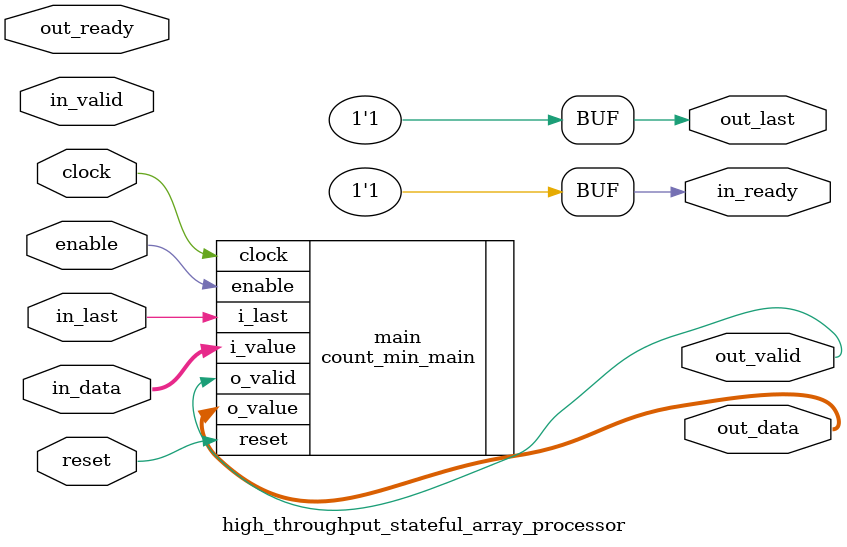
<source format=v>
module high_throughput_stateful_array_processor
#(
    parameter REPLICATION_FACTOR = 3,
    parameter ARRAY_HEIGHT = 16,
    parameter ARRAY_WIDTH = 3,
    parameter CELL_WIDTH = 8
) (
    input  wire clock,
    input  wire reset,
    input  wire enable,

    input  wire [8 * REPLICATION_FACTOR - 1:0]                  in_data,
    input  wire                                                 in_valid,
    output wire                                                 in_ready,
    input  wire                                                 in_last,

    output wire [ARRAY_WIDTH * ARRAY_HEIGHT * CELL_WIDTH - 1:0] out_data,
    output wire                                                 out_valid,
    input  wire                                                 out_ready,
    output wire                                                 out_last
);

    count_min_main main
    (
        .clock(clock),
        .reset(reset),
        .enable(enable),

        .i_value(in_data),
        .i_last(in_last),

        .o_value(out_data),
        .o_valid(out_valid)
    );

    assign in_ready = 1;
    assign out_last = 1;

endmodule
</source>
